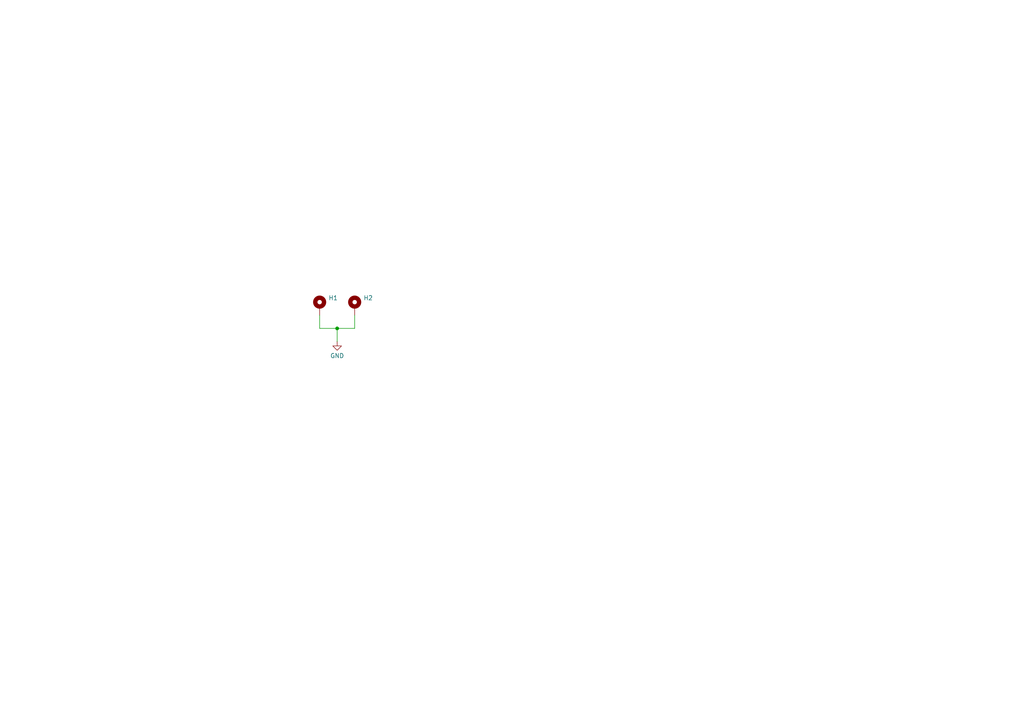
<source format=kicad_sch>
(kicad_sch
	(version 20231120)
	(generator "eeschema")
	(generator_version "8.0")
	(uuid "2a8d935a-315a-421f-a62b-248ab4ff1bc1")
	(paper "A4")
	(lib_symbols
		(symbol "Mechanical:MountingHole_Pad"
			(pin_numbers hide)
			(pin_names
				(offset 1.016) hide)
			(exclude_from_sim yes)
			(in_bom no)
			(on_board yes)
			(property "Reference" "H"
				(at 0 6.35 0)
				(effects
					(font
						(size 1.27 1.27)
					)
				)
			)
			(property "Value" "MountingHole_Pad"
				(at 0 4.445 0)
				(effects
					(font
						(size 1.27 1.27)
					)
				)
			)
			(property "Footprint" ""
				(at 0 0 0)
				(effects
					(font
						(size 1.27 1.27)
					)
					(hide yes)
				)
			)
			(property "Datasheet" "~"
				(at 0 0 0)
				(effects
					(font
						(size 1.27 1.27)
					)
					(hide yes)
				)
			)
			(property "Description" "Mounting Hole with connection"
				(at 0 0 0)
				(effects
					(font
						(size 1.27 1.27)
					)
					(hide yes)
				)
			)
			(property "ki_keywords" "mounting hole"
				(at 0 0 0)
				(effects
					(font
						(size 1.27 1.27)
					)
					(hide yes)
				)
			)
			(property "ki_fp_filters" "MountingHole*Pad*"
				(at 0 0 0)
				(effects
					(font
						(size 1.27 1.27)
					)
					(hide yes)
				)
			)
			(symbol "MountingHole_Pad_0_1"
				(circle
					(center 0 1.27)
					(radius 1.27)
					(stroke
						(width 1.27)
						(type default)
					)
					(fill
						(type none)
					)
				)
			)
			(symbol "MountingHole_Pad_1_1"
				(pin input line
					(at 0 -2.54 90)
					(length 2.54)
					(name "1"
						(effects
							(font
								(size 1.27 1.27)
							)
						)
					)
					(number "1"
						(effects
							(font
								(size 1.27 1.27)
							)
						)
					)
				)
			)
		)
		(symbol "power:GND"
			(power)
			(pin_numbers hide)
			(pin_names
				(offset 0) hide)
			(exclude_from_sim no)
			(in_bom yes)
			(on_board yes)
			(property "Reference" "#PWR"
				(at 0 -6.35 0)
				(effects
					(font
						(size 1.27 1.27)
					)
					(hide yes)
				)
			)
			(property "Value" "GND"
				(at 0 -3.81 0)
				(effects
					(font
						(size 1.27 1.27)
					)
				)
			)
			(property "Footprint" ""
				(at 0 0 0)
				(effects
					(font
						(size 1.27 1.27)
					)
					(hide yes)
				)
			)
			(property "Datasheet" ""
				(at 0 0 0)
				(effects
					(font
						(size 1.27 1.27)
					)
					(hide yes)
				)
			)
			(property "Description" "Power symbol creates a global label with name \"GND\" , ground"
				(at 0 0 0)
				(effects
					(font
						(size 1.27 1.27)
					)
					(hide yes)
				)
			)
			(property "ki_keywords" "global power"
				(at 0 0 0)
				(effects
					(font
						(size 1.27 1.27)
					)
					(hide yes)
				)
			)
			(symbol "GND_0_1"
				(polyline
					(pts
						(xy 0 0) (xy 0 -1.27) (xy 1.27 -1.27) (xy 0 -2.54) (xy -1.27 -1.27) (xy 0 -1.27)
					)
					(stroke
						(width 0)
						(type default)
					)
					(fill
						(type none)
					)
				)
			)
			(symbol "GND_1_1"
				(pin power_in line
					(at 0 0 270)
					(length 0)
					(name "~"
						(effects
							(font
								(size 1.27 1.27)
							)
						)
					)
					(number "1"
						(effects
							(font
								(size 1.27 1.27)
							)
						)
					)
				)
			)
		)
	)
	(junction
		(at 97.79 95.25)
		(diameter 0)
		(color 0 0 0 0)
		(uuid "17241d72-e389-4fb4-ad85-dbb4ee1898ae")
	)
	(wire
		(pts
			(xy 97.79 95.25) (xy 92.71 95.25)
		)
		(stroke
			(width 0)
			(type default)
		)
		(uuid "3d46dcec-698c-4503-88ae-ea290dc27045")
	)
	(wire
		(pts
			(xy 97.79 95.25) (xy 97.79 99.06)
		)
		(stroke
			(width 0)
			(type default)
		)
		(uuid "99bb394f-57d3-4dcb-beea-b355457e6dca")
	)
	(wire
		(pts
			(xy 102.87 95.25) (xy 97.79 95.25)
		)
		(stroke
			(width 0)
			(type default)
		)
		(uuid "a8883941-2e5e-48eb-a094-cd9a4358ccdf")
	)
	(wire
		(pts
			(xy 102.87 91.44) (xy 102.87 95.25)
		)
		(stroke
			(width 0)
			(type default)
		)
		(uuid "b0583ccd-a053-45e6-bf51-09f9eb50f7c0")
	)
	(wire
		(pts
			(xy 92.71 95.25) (xy 92.71 91.44)
		)
		(stroke
			(width 0)
			(type default)
		)
		(uuid "d20d6594-6f02-417f-ac51-32704c57ccc2")
	)
	(symbol
		(lib_id "power:GND")
		(at 97.79 99.06 0)
		(unit 1)
		(exclude_from_sim no)
		(in_bom yes)
		(on_board yes)
		(dnp no)
		(fields_autoplaced yes)
		(uuid "228525d6-d4f3-45b7-b7ed-47c8aba76467")
		(property "Reference" "#PWR01"
			(at 97.79 105.41 0)
			(effects
				(font
					(size 1.27 1.27)
				)
				(hide yes)
			)
		)
		(property "Value" "GND"
			(at 97.79 103.1931 0)
			(effects
				(font
					(size 1.27 1.27)
				)
			)
		)
		(property "Footprint" ""
			(at 97.79 99.06 0)
			(effects
				(font
					(size 1.27 1.27)
				)
				(hide yes)
			)
		)
		(property "Datasheet" ""
			(at 97.79 99.06 0)
			(effects
				(font
					(size 1.27 1.27)
				)
				(hide yes)
			)
		)
		(property "Description" "Power symbol creates a global label with name \"GND\" , ground"
			(at 97.79 99.06 0)
			(effects
				(font
					(size 1.27 1.27)
				)
				(hide yes)
			)
		)
		(pin "1"
			(uuid "e78fbf74-be98-4a29-b270-d47ac3550c1e")
		)
		(instances
			(project "EuroClack - Multiverter - panel"
				(path "/2a8d935a-315a-421f-a62b-248ab4ff1bc1"
					(reference "#PWR01")
					(unit 1)
				)
			)
		)
	)
	(symbol
		(lib_id "Mechanical:MountingHole_Pad")
		(at 92.71 88.9 0)
		(unit 1)
		(exclude_from_sim yes)
		(in_bom no)
		(on_board yes)
		(dnp no)
		(fields_autoplaced yes)
		(uuid "4b54fb03-ff4b-46f5-9ba6-ae27a88770a4")
		(property "Reference" "H1"
			(at 95.25 86.4178 0)
			(effects
				(font
					(size 1.27 1.27)
				)
				(justify left)
			)
		)
		(property "Value" "MountingHole_Pad"
			(at 95.25 88.8421 0)
			(effects
				(font
					(size 1.27 1.27)
				)
				(justify left)
				(hide yes)
			)
		)
		(property "Footprint" "BYOM_General:plated_rack_hole"
			(at 92.71 88.9 0)
			(effects
				(font
					(size 1.27 1.27)
				)
				(hide yes)
			)
		)
		(property "Datasheet" "~"
			(at 92.71 88.9 0)
			(effects
				(font
					(size 1.27 1.27)
				)
				(hide yes)
			)
		)
		(property "Description" "Mounting Hole with connection"
			(at 92.71 88.9 0)
			(effects
				(font
					(size 1.27 1.27)
				)
				(hide yes)
			)
		)
		(pin "1"
			(uuid "316c2753-b6af-4c75-a377-ed48ed3cc359")
		)
		(instances
			(project "EuroClack - Multiverter - panel"
				(path "/2a8d935a-315a-421f-a62b-248ab4ff1bc1"
					(reference "H1")
					(unit 1)
				)
			)
		)
	)
	(symbol
		(lib_id "Mechanical:MountingHole_Pad")
		(at 102.87 88.9 0)
		(unit 1)
		(exclude_from_sim yes)
		(in_bom no)
		(on_board yes)
		(dnp no)
		(fields_autoplaced yes)
		(uuid "885270cf-cf97-4db3-8d7b-87cd0eab2211")
		(property "Reference" "H2"
			(at 105.41 86.4178 0)
			(effects
				(font
					(size 1.27 1.27)
				)
				(justify left)
			)
		)
		(property "Value" "MountingHole_Pad"
			(at 105.41 88.8421 0)
			(effects
				(font
					(size 1.27 1.27)
				)
				(justify left)
				(hide yes)
			)
		)
		(property "Footprint" "BYOM_General:plated_rack_hole"
			(at 102.87 88.9 0)
			(effects
				(font
					(size 1.27 1.27)
				)
				(hide yes)
			)
		)
		(property "Datasheet" "~"
			(at 102.87 88.9 0)
			(effects
				(font
					(size 1.27 1.27)
				)
				(hide yes)
			)
		)
		(property "Description" "Mounting Hole with connection"
			(at 102.87 88.9 0)
			(effects
				(font
					(size 1.27 1.27)
				)
				(hide yes)
			)
		)
		(pin "1"
			(uuid "c5a7c52f-5e32-4a98-b309-f20ce731fd9a")
		)
		(instances
			(project "EuroClack - Multiverter - panel"
				(path "/2a8d935a-315a-421f-a62b-248ab4ff1bc1"
					(reference "H2")
					(unit 1)
				)
			)
		)
	)
	(sheet_instances
		(path "/"
			(page "1")
		)
	)
)
</source>
